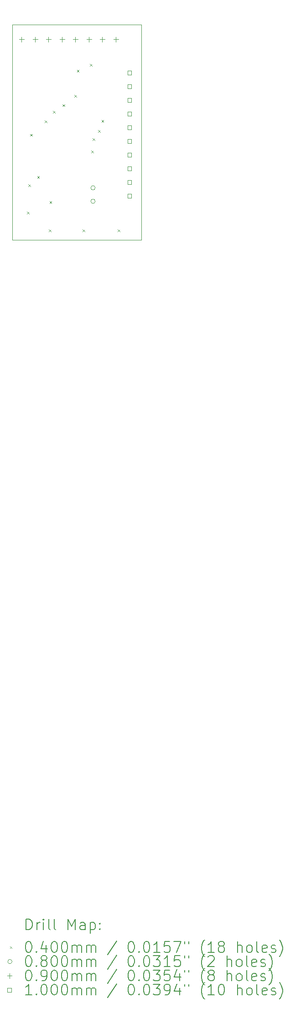
<source format=gbr>
%TF.GenerationSoftware,KiCad,Pcbnew,7.0.10*%
%TF.CreationDate,2024-03-15T22:51:16-04:00*%
%TF.ProjectId,DW1000 BU-01,44573130-3030-4204-9255-2d30312e6b69,rev?*%
%TF.SameCoordinates,Original*%
%TF.FileFunction,Drillmap*%
%TF.FilePolarity,Positive*%
%FSLAX45Y45*%
G04 Gerber Fmt 4.5, Leading zero omitted, Abs format (unit mm)*
G04 Created by KiCad (PCBNEW 7.0.10) date 2024-03-15 22:51:16*
%MOMM*%
%LPD*%
G01*
G04 APERTURE LIST*
%ADD10C,0.100000*%
%ADD11C,0.200000*%
G04 APERTURE END LIST*
D10*
X-25000Y-25000D02*
X2371000Y-25000D01*
X2371000Y-4025000D01*
X-25000Y-4025000D01*
X-25000Y-25000D01*
D11*
D10*
X246700Y-3497900D02*
X286700Y-3537900D01*
X286700Y-3497900D02*
X246700Y-3537900D01*
X272100Y-2989900D02*
X312100Y-3029900D01*
X312100Y-2989900D02*
X272100Y-3029900D01*
X305000Y-2055000D02*
X345000Y-2095000D01*
X345000Y-2055000D02*
X305000Y-2095000D01*
X437200Y-2837500D02*
X477200Y-2877500D01*
X477200Y-2837500D02*
X437200Y-2877500D01*
X580000Y-1805000D02*
X620000Y-1845000D01*
X620000Y-1805000D02*
X580000Y-1845000D01*
X655000Y-3830000D02*
X695000Y-3870000D01*
X695000Y-3830000D02*
X655000Y-3870000D01*
X665800Y-3307400D02*
X705800Y-3347400D01*
X705800Y-3307400D02*
X665800Y-3347400D01*
X730000Y-1630000D02*
X770000Y-1670000D01*
X770000Y-1630000D02*
X730000Y-1670000D01*
X905000Y-1505000D02*
X945000Y-1545000D01*
X945000Y-1505000D02*
X905000Y-1545000D01*
X1130000Y-1330000D02*
X1170000Y-1370000D01*
X1170000Y-1330000D02*
X1130000Y-1370000D01*
X1173800Y-869000D02*
X1213800Y-909000D01*
X1213800Y-869000D02*
X1173800Y-909000D01*
X1280000Y-3830000D02*
X1320000Y-3870000D01*
X1320000Y-3830000D02*
X1280000Y-3870000D01*
X1415100Y-754700D02*
X1455100Y-794700D01*
X1455100Y-754700D02*
X1415100Y-794700D01*
X1440500Y-2367600D02*
X1480500Y-2407600D01*
X1480500Y-2367600D02*
X1440500Y-2407600D01*
X1465900Y-2139000D02*
X1505900Y-2179000D01*
X1505900Y-2139000D02*
X1465900Y-2179000D01*
X1567500Y-1986600D02*
X1607500Y-2026600D01*
X1607500Y-1986600D02*
X1567500Y-2026600D01*
X1631000Y-1796100D02*
X1671000Y-1836100D01*
X1671000Y-1796100D02*
X1631000Y-1836100D01*
X1930000Y-3830000D02*
X1970000Y-3870000D01*
X1970000Y-3830000D02*
X1930000Y-3870000D01*
X1513200Y-3055938D02*
G75*
G03*
X1433200Y-3055938I-40000J0D01*
G01*
X1433200Y-3055938D02*
G75*
G03*
X1513200Y-3055938I40000J0D01*
G01*
X1513200Y-3305938D02*
G75*
G03*
X1433200Y-3305938I-40000J0D01*
G01*
X1433200Y-3305938D02*
G75*
G03*
X1513200Y-3305938I40000J0D01*
G01*
X147500Y-255000D02*
X147500Y-345000D01*
X102500Y-300000D02*
X192500Y-300000D01*
X401500Y-255000D02*
X401500Y-345000D01*
X356500Y-300000D02*
X446500Y-300000D01*
X647500Y-255000D02*
X647500Y-345000D01*
X602500Y-300000D02*
X692500Y-300000D01*
X901500Y-255000D02*
X901500Y-345000D01*
X856500Y-300000D02*
X946500Y-300000D01*
X1147500Y-255000D02*
X1147500Y-345000D01*
X1102500Y-300000D02*
X1192500Y-300000D01*
X1401500Y-255000D02*
X1401500Y-345000D01*
X1356500Y-300000D02*
X1446500Y-300000D01*
X1647500Y-255000D02*
X1647500Y-345000D01*
X1602500Y-300000D02*
X1692500Y-300000D01*
X1901500Y-255000D02*
X1901500Y-345000D01*
X1856500Y-300000D02*
X1946500Y-300000D01*
X2185356Y-956356D02*
X2185356Y-885644D01*
X2114644Y-885644D01*
X2114644Y-956356D01*
X2185356Y-956356D01*
X2185356Y-1210356D02*
X2185356Y-1139644D01*
X2114644Y-1139644D01*
X2114644Y-1210356D01*
X2185356Y-1210356D01*
X2185356Y-1464356D02*
X2185356Y-1393644D01*
X2114644Y-1393644D01*
X2114644Y-1464356D01*
X2185356Y-1464356D01*
X2185356Y-1718356D02*
X2185356Y-1647644D01*
X2114644Y-1647644D01*
X2114644Y-1718356D01*
X2185356Y-1718356D01*
X2185356Y-1972356D02*
X2185356Y-1901644D01*
X2114644Y-1901644D01*
X2114644Y-1972356D01*
X2185356Y-1972356D01*
X2185356Y-2226356D02*
X2185356Y-2155644D01*
X2114644Y-2155644D01*
X2114644Y-2226356D01*
X2185356Y-2226356D01*
X2185356Y-2480356D02*
X2185356Y-2409644D01*
X2114644Y-2409644D01*
X2114644Y-2480356D01*
X2185356Y-2480356D01*
X2185356Y-2734356D02*
X2185356Y-2663644D01*
X2114644Y-2663644D01*
X2114644Y-2734356D01*
X2185356Y-2734356D01*
X2185356Y-2988356D02*
X2185356Y-2917644D01*
X2114644Y-2917644D01*
X2114644Y-2988356D01*
X2185356Y-2988356D01*
X2185356Y-3242356D02*
X2185356Y-3171644D01*
X2114644Y-3171644D01*
X2114644Y-3242356D01*
X2185356Y-3242356D01*
D11*
X230777Y-16826484D02*
X230777Y-16626484D01*
X230777Y-16626484D02*
X278396Y-16626484D01*
X278396Y-16626484D02*
X306967Y-16636008D01*
X306967Y-16636008D02*
X326015Y-16655055D01*
X326015Y-16655055D02*
X335539Y-16674103D01*
X335539Y-16674103D02*
X345063Y-16712198D01*
X345063Y-16712198D02*
X345063Y-16740769D01*
X345063Y-16740769D02*
X335539Y-16778865D01*
X335539Y-16778865D02*
X326015Y-16797912D01*
X326015Y-16797912D02*
X306967Y-16816960D01*
X306967Y-16816960D02*
X278396Y-16826484D01*
X278396Y-16826484D02*
X230777Y-16826484D01*
X430777Y-16826484D02*
X430777Y-16693150D01*
X430777Y-16731246D02*
X440301Y-16712198D01*
X440301Y-16712198D02*
X449824Y-16702674D01*
X449824Y-16702674D02*
X468872Y-16693150D01*
X468872Y-16693150D02*
X487920Y-16693150D01*
X554586Y-16826484D02*
X554586Y-16693150D01*
X554586Y-16626484D02*
X545063Y-16636008D01*
X545063Y-16636008D02*
X554586Y-16645531D01*
X554586Y-16645531D02*
X564110Y-16636008D01*
X564110Y-16636008D02*
X554586Y-16626484D01*
X554586Y-16626484D02*
X554586Y-16645531D01*
X678396Y-16826484D02*
X659348Y-16816960D01*
X659348Y-16816960D02*
X649824Y-16797912D01*
X649824Y-16797912D02*
X649824Y-16626484D01*
X783158Y-16826484D02*
X764110Y-16816960D01*
X764110Y-16816960D02*
X754586Y-16797912D01*
X754586Y-16797912D02*
X754586Y-16626484D01*
X1011729Y-16826484D02*
X1011729Y-16626484D01*
X1011729Y-16626484D02*
X1078396Y-16769341D01*
X1078396Y-16769341D02*
X1145063Y-16626484D01*
X1145063Y-16626484D02*
X1145063Y-16826484D01*
X1326015Y-16826484D02*
X1326015Y-16721722D01*
X1326015Y-16721722D02*
X1316491Y-16702674D01*
X1316491Y-16702674D02*
X1297444Y-16693150D01*
X1297444Y-16693150D02*
X1259348Y-16693150D01*
X1259348Y-16693150D02*
X1240301Y-16702674D01*
X1326015Y-16816960D02*
X1306967Y-16826484D01*
X1306967Y-16826484D02*
X1259348Y-16826484D01*
X1259348Y-16826484D02*
X1240301Y-16816960D01*
X1240301Y-16816960D02*
X1230777Y-16797912D01*
X1230777Y-16797912D02*
X1230777Y-16778865D01*
X1230777Y-16778865D02*
X1240301Y-16759817D01*
X1240301Y-16759817D02*
X1259348Y-16750293D01*
X1259348Y-16750293D02*
X1306967Y-16750293D01*
X1306967Y-16750293D02*
X1326015Y-16740769D01*
X1421253Y-16693150D02*
X1421253Y-16893150D01*
X1421253Y-16702674D02*
X1440301Y-16693150D01*
X1440301Y-16693150D02*
X1478396Y-16693150D01*
X1478396Y-16693150D02*
X1497443Y-16702674D01*
X1497443Y-16702674D02*
X1506967Y-16712198D01*
X1506967Y-16712198D02*
X1516491Y-16731246D01*
X1516491Y-16731246D02*
X1516491Y-16788389D01*
X1516491Y-16788389D02*
X1506967Y-16807436D01*
X1506967Y-16807436D02*
X1497443Y-16816960D01*
X1497443Y-16816960D02*
X1478396Y-16826484D01*
X1478396Y-16826484D02*
X1440301Y-16826484D01*
X1440301Y-16826484D02*
X1421253Y-16816960D01*
X1602205Y-16807436D02*
X1611729Y-16816960D01*
X1611729Y-16816960D02*
X1602205Y-16826484D01*
X1602205Y-16826484D02*
X1592682Y-16816960D01*
X1592682Y-16816960D02*
X1602205Y-16807436D01*
X1602205Y-16807436D02*
X1602205Y-16826484D01*
X1602205Y-16702674D02*
X1611729Y-16712198D01*
X1611729Y-16712198D02*
X1602205Y-16721722D01*
X1602205Y-16721722D02*
X1592682Y-16712198D01*
X1592682Y-16712198D02*
X1602205Y-16702674D01*
X1602205Y-16702674D02*
X1602205Y-16721722D01*
D10*
X-70000Y-17135000D02*
X-30000Y-17175000D01*
X-30000Y-17135000D02*
X-70000Y-17175000D01*
D11*
X268872Y-17046484D02*
X287920Y-17046484D01*
X287920Y-17046484D02*
X306967Y-17056008D01*
X306967Y-17056008D02*
X316491Y-17065531D01*
X316491Y-17065531D02*
X326015Y-17084579D01*
X326015Y-17084579D02*
X335539Y-17122674D01*
X335539Y-17122674D02*
X335539Y-17170293D01*
X335539Y-17170293D02*
X326015Y-17208389D01*
X326015Y-17208389D02*
X316491Y-17227436D01*
X316491Y-17227436D02*
X306967Y-17236960D01*
X306967Y-17236960D02*
X287920Y-17246484D01*
X287920Y-17246484D02*
X268872Y-17246484D01*
X268872Y-17246484D02*
X249824Y-17236960D01*
X249824Y-17236960D02*
X240301Y-17227436D01*
X240301Y-17227436D02*
X230777Y-17208389D01*
X230777Y-17208389D02*
X221253Y-17170293D01*
X221253Y-17170293D02*
X221253Y-17122674D01*
X221253Y-17122674D02*
X230777Y-17084579D01*
X230777Y-17084579D02*
X240301Y-17065531D01*
X240301Y-17065531D02*
X249824Y-17056008D01*
X249824Y-17056008D02*
X268872Y-17046484D01*
X421253Y-17227436D02*
X430777Y-17236960D01*
X430777Y-17236960D02*
X421253Y-17246484D01*
X421253Y-17246484D02*
X411729Y-17236960D01*
X411729Y-17236960D02*
X421253Y-17227436D01*
X421253Y-17227436D02*
X421253Y-17246484D01*
X602205Y-17113150D02*
X602205Y-17246484D01*
X554586Y-17036960D02*
X506967Y-17179817D01*
X506967Y-17179817D02*
X630777Y-17179817D01*
X745062Y-17046484D02*
X764110Y-17046484D01*
X764110Y-17046484D02*
X783158Y-17056008D01*
X783158Y-17056008D02*
X792682Y-17065531D01*
X792682Y-17065531D02*
X802205Y-17084579D01*
X802205Y-17084579D02*
X811729Y-17122674D01*
X811729Y-17122674D02*
X811729Y-17170293D01*
X811729Y-17170293D02*
X802205Y-17208389D01*
X802205Y-17208389D02*
X792682Y-17227436D01*
X792682Y-17227436D02*
X783158Y-17236960D01*
X783158Y-17236960D02*
X764110Y-17246484D01*
X764110Y-17246484D02*
X745062Y-17246484D01*
X745062Y-17246484D02*
X726015Y-17236960D01*
X726015Y-17236960D02*
X716491Y-17227436D01*
X716491Y-17227436D02*
X706967Y-17208389D01*
X706967Y-17208389D02*
X697444Y-17170293D01*
X697444Y-17170293D02*
X697444Y-17122674D01*
X697444Y-17122674D02*
X706967Y-17084579D01*
X706967Y-17084579D02*
X716491Y-17065531D01*
X716491Y-17065531D02*
X726015Y-17056008D01*
X726015Y-17056008D02*
X745062Y-17046484D01*
X935539Y-17046484D02*
X954586Y-17046484D01*
X954586Y-17046484D02*
X973634Y-17056008D01*
X973634Y-17056008D02*
X983158Y-17065531D01*
X983158Y-17065531D02*
X992682Y-17084579D01*
X992682Y-17084579D02*
X1002205Y-17122674D01*
X1002205Y-17122674D02*
X1002205Y-17170293D01*
X1002205Y-17170293D02*
X992682Y-17208389D01*
X992682Y-17208389D02*
X983158Y-17227436D01*
X983158Y-17227436D02*
X973634Y-17236960D01*
X973634Y-17236960D02*
X954586Y-17246484D01*
X954586Y-17246484D02*
X935539Y-17246484D01*
X935539Y-17246484D02*
X916491Y-17236960D01*
X916491Y-17236960D02*
X906967Y-17227436D01*
X906967Y-17227436D02*
X897443Y-17208389D01*
X897443Y-17208389D02*
X887920Y-17170293D01*
X887920Y-17170293D02*
X887920Y-17122674D01*
X887920Y-17122674D02*
X897443Y-17084579D01*
X897443Y-17084579D02*
X906967Y-17065531D01*
X906967Y-17065531D02*
X916491Y-17056008D01*
X916491Y-17056008D02*
X935539Y-17046484D01*
X1087920Y-17246484D02*
X1087920Y-17113150D01*
X1087920Y-17132198D02*
X1097444Y-17122674D01*
X1097444Y-17122674D02*
X1116491Y-17113150D01*
X1116491Y-17113150D02*
X1145063Y-17113150D01*
X1145063Y-17113150D02*
X1164110Y-17122674D01*
X1164110Y-17122674D02*
X1173634Y-17141722D01*
X1173634Y-17141722D02*
X1173634Y-17246484D01*
X1173634Y-17141722D02*
X1183158Y-17122674D01*
X1183158Y-17122674D02*
X1202205Y-17113150D01*
X1202205Y-17113150D02*
X1230777Y-17113150D01*
X1230777Y-17113150D02*
X1249825Y-17122674D01*
X1249825Y-17122674D02*
X1259348Y-17141722D01*
X1259348Y-17141722D02*
X1259348Y-17246484D01*
X1354586Y-17246484D02*
X1354586Y-17113150D01*
X1354586Y-17132198D02*
X1364110Y-17122674D01*
X1364110Y-17122674D02*
X1383158Y-17113150D01*
X1383158Y-17113150D02*
X1411729Y-17113150D01*
X1411729Y-17113150D02*
X1430777Y-17122674D01*
X1430777Y-17122674D02*
X1440301Y-17141722D01*
X1440301Y-17141722D02*
X1440301Y-17246484D01*
X1440301Y-17141722D02*
X1449824Y-17122674D01*
X1449824Y-17122674D02*
X1468872Y-17113150D01*
X1468872Y-17113150D02*
X1497443Y-17113150D01*
X1497443Y-17113150D02*
X1516491Y-17122674D01*
X1516491Y-17122674D02*
X1526015Y-17141722D01*
X1526015Y-17141722D02*
X1526015Y-17246484D01*
X1916491Y-17036960D02*
X1745063Y-17294103D01*
X2173634Y-17046484D02*
X2192682Y-17046484D01*
X2192682Y-17046484D02*
X2211729Y-17056008D01*
X2211729Y-17056008D02*
X2221253Y-17065531D01*
X2221253Y-17065531D02*
X2230777Y-17084579D01*
X2230777Y-17084579D02*
X2240301Y-17122674D01*
X2240301Y-17122674D02*
X2240301Y-17170293D01*
X2240301Y-17170293D02*
X2230777Y-17208389D01*
X2230777Y-17208389D02*
X2221253Y-17227436D01*
X2221253Y-17227436D02*
X2211729Y-17236960D01*
X2211729Y-17236960D02*
X2192682Y-17246484D01*
X2192682Y-17246484D02*
X2173634Y-17246484D01*
X2173634Y-17246484D02*
X2154587Y-17236960D01*
X2154587Y-17236960D02*
X2145063Y-17227436D01*
X2145063Y-17227436D02*
X2135539Y-17208389D01*
X2135539Y-17208389D02*
X2126015Y-17170293D01*
X2126015Y-17170293D02*
X2126015Y-17122674D01*
X2126015Y-17122674D02*
X2135539Y-17084579D01*
X2135539Y-17084579D02*
X2145063Y-17065531D01*
X2145063Y-17065531D02*
X2154587Y-17056008D01*
X2154587Y-17056008D02*
X2173634Y-17046484D01*
X2326015Y-17227436D02*
X2335539Y-17236960D01*
X2335539Y-17236960D02*
X2326015Y-17246484D01*
X2326015Y-17246484D02*
X2316491Y-17236960D01*
X2316491Y-17236960D02*
X2326015Y-17227436D01*
X2326015Y-17227436D02*
X2326015Y-17246484D01*
X2459348Y-17046484D02*
X2478396Y-17046484D01*
X2478396Y-17046484D02*
X2497444Y-17056008D01*
X2497444Y-17056008D02*
X2506968Y-17065531D01*
X2506968Y-17065531D02*
X2516491Y-17084579D01*
X2516491Y-17084579D02*
X2526015Y-17122674D01*
X2526015Y-17122674D02*
X2526015Y-17170293D01*
X2526015Y-17170293D02*
X2516491Y-17208389D01*
X2516491Y-17208389D02*
X2506968Y-17227436D01*
X2506968Y-17227436D02*
X2497444Y-17236960D01*
X2497444Y-17236960D02*
X2478396Y-17246484D01*
X2478396Y-17246484D02*
X2459348Y-17246484D01*
X2459348Y-17246484D02*
X2440301Y-17236960D01*
X2440301Y-17236960D02*
X2430777Y-17227436D01*
X2430777Y-17227436D02*
X2421253Y-17208389D01*
X2421253Y-17208389D02*
X2411729Y-17170293D01*
X2411729Y-17170293D02*
X2411729Y-17122674D01*
X2411729Y-17122674D02*
X2421253Y-17084579D01*
X2421253Y-17084579D02*
X2430777Y-17065531D01*
X2430777Y-17065531D02*
X2440301Y-17056008D01*
X2440301Y-17056008D02*
X2459348Y-17046484D01*
X2716491Y-17246484D02*
X2602206Y-17246484D01*
X2659348Y-17246484D02*
X2659348Y-17046484D01*
X2659348Y-17046484D02*
X2640301Y-17075055D01*
X2640301Y-17075055D02*
X2621253Y-17094103D01*
X2621253Y-17094103D02*
X2602206Y-17103627D01*
X2897444Y-17046484D02*
X2802206Y-17046484D01*
X2802206Y-17046484D02*
X2792682Y-17141722D01*
X2792682Y-17141722D02*
X2802206Y-17132198D01*
X2802206Y-17132198D02*
X2821253Y-17122674D01*
X2821253Y-17122674D02*
X2868872Y-17122674D01*
X2868872Y-17122674D02*
X2887920Y-17132198D01*
X2887920Y-17132198D02*
X2897444Y-17141722D01*
X2897444Y-17141722D02*
X2906967Y-17160770D01*
X2906967Y-17160770D02*
X2906967Y-17208389D01*
X2906967Y-17208389D02*
X2897444Y-17227436D01*
X2897444Y-17227436D02*
X2887920Y-17236960D01*
X2887920Y-17236960D02*
X2868872Y-17246484D01*
X2868872Y-17246484D02*
X2821253Y-17246484D01*
X2821253Y-17246484D02*
X2802206Y-17236960D01*
X2802206Y-17236960D02*
X2792682Y-17227436D01*
X2973634Y-17046484D02*
X3106967Y-17046484D01*
X3106967Y-17046484D02*
X3021253Y-17246484D01*
X3173634Y-17046484D02*
X3173634Y-17084579D01*
X3249825Y-17046484D02*
X3249825Y-17084579D01*
X3545063Y-17322674D02*
X3535539Y-17313150D01*
X3535539Y-17313150D02*
X3516491Y-17284579D01*
X3516491Y-17284579D02*
X3506968Y-17265531D01*
X3506968Y-17265531D02*
X3497444Y-17236960D01*
X3497444Y-17236960D02*
X3487920Y-17189341D01*
X3487920Y-17189341D02*
X3487920Y-17151246D01*
X3487920Y-17151246D02*
X3497444Y-17103627D01*
X3497444Y-17103627D02*
X3506968Y-17075055D01*
X3506968Y-17075055D02*
X3516491Y-17056008D01*
X3516491Y-17056008D02*
X3535539Y-17027436D01*
X3535539Y-17027436D02*
X3545063Y-17017912D01*
X3726015Y-17246484D02*
X3611729Y-17246484D01*
X3668872Y-17246484D02*
X3668872Y-17046484D01*
X3668872Y-17046484D02*
X3649825Y-17075055D01*
X3649825Y-17075055D02*
X3630777Y-17094103D01*
X3630777Y-17094103D02*
X3611729Y-17103627D01*
X3840301Y-17132198D02*
X3821253Y-17122674D01*
X3821253Y-17122674D02*
X3811729Y-17113150D01*
X3811729Y-17113150D02*
X3802206Y-17094103D01*
X3802206Y-17094103D02*
X3802206Y-17084579D01*
X3802206Y-17084579D02*
X3811729Y-17065531D01*
X3811729Y-17065531D02*
X3821253Y-17056008D01*
X3821253Y-17056008D02*
X3840301Y-17046484D01*
X3840301Y-17046484D02*
X3878396Y-17046484D01*
X3878396Y-17046484D02*
X3897444Y-17056008D01*
X3897444Y-17056008D02*
X3906968Y-17065531D01*
X3906968Y-17065531D02*
X3916491Y-17084579D01*
X3916491Y-17084579D02*
X3916491Y-17094103D01*
X3916491Y-17094103D02*
X3906968Y-17113150D01*
X3906968Y-17113150D02*
X3897444Y-17122674D01*
X3897444Y-17122674D02*
X3878396Y-17132198D01*
X3878396Y-17132198D02*
X3840301Y-17132198D01*
X3840301Y-17132198D02*
X3821253Y-17141722D01*
X3821253Y-17141722D02*
X3811729Y-17151246D01*
X3811729Y-17151246D02*
X3802206Y-17170293D01*
X3802206Y-17170293D02*
X3802206Y-17208389D01*
X3802206Y-17208389D02*
X3811729Y-17227436D01*
X3811729Y-17227436D02*
X3821253Y-17236960D01*
X3821253Y-17236960D02*
X3840301Y-17246484D01*
X3840301Y-17246484D02*
X3878396Y-17246484D01*
X3878396Y-17246484D02*
X3897444Y-17236960D01*
X3897444Y-17236960D02*
X3906968Y-17227436D01*
X3906968Y-17227436D02*
X3916491Y-17208389D01*
X3916491Y-17208389D02*
X3916491Y-17170293D01*
X3916491Y-17170293D02*
X3906968Y-17151246D01*
X3906968Y-17151246D02*
X3897444Y-17141722D01*
X3897444Y-17141722D02*
X3878396Y-17132198D01*
X4154587Y-17246484D02*
X4154587Y-17046484D01*
X4240301Y-17246484D02*
X4240301Y-17141722D01*
X4240301Y-17141722D02*
X4230777Y-17122674D01*
X4230777Y-17122674D02*
X4211730Y-17113150D01*
X4211730Y-17113150D02*
X4183158Y-17113150D01*
X4183158Y-17113150D02*
X4164110Y-17122674D01*
X4164110Y-17122674D02*
X4154587Y-17132198D01*
X4364111Y-17246484D02*
X4345063Y-17236960D01*
X4345063Y-17236960D02*
X4335539Y-17227436D01*
X4335539Y-17227436D02*
X4326015Y-17208389D01*
X4326015Y-17208389D02*
X4326015Y-17151246D01*
X4326015Y-17151246D02*
X4335539Y-17132198D01*
X4335539Y-17132198D02*
X4345063Y-17122674D01*
X4345063Y-17122674D02*
X4364111Y-17113150D01*
X4364111Y-17113150D02*
X4392682Y-17113150D01*
X4392682Y-17113150D02*
X4411730Y-17122674D01*
X4411730Y-17122674D02*
X4421253Y-17132198D01*
X4421253Y-17132198D02*
X4430777Y-17151246D01*
X4430777Y-17151246D02*
X4430777Y-17208389D01*
X4430777Y-17208389D02*
X4421253Y-17227436D01*
X4421253Y-17227436D02*
X4411730Y-17236960D01*
X4411730Y-17236960D02*
X4392682Y-17246484D01*
X4392682Y-17246484D02*
X4364111Y-17246484D01*
X4545063Y-17246484D02*
X4526015Y-17236960D01*
X4526015Y-17236960D02*
X4516492Y-17217912D01*
X4516492Y-17217912D02*
X4516492Y-17046484D01*
X4697444Y-17236960D02*
X4678396Y-17246484D01*
X4678396Y-17246484D02*
X4640301Y-17246484D01*
X4640301Y-17246484D02*
X4621253Y-17236960D01*
X4621253Y-17236960D02*
X4611730Y-17217912D01*
X4611730Y-17217912D02*
X4611730Y-17141722D01*
X4611730Y-17141722D02*
X4621253Y-17122674D01*
X4621253Y-17122674D02*
X4640301Y-17113150D01*
X4640301Y-17113150D02*
X4678396Y-17113150D01*
X4678396Y-17113150D02*
X4697444Y-17122674D01*
X4697444Y-17122674D02*
X4706968Y-17141722D01*
X4706968Y-17141722D02*
X4706968Y-17160770D01*
X4706968Y-17160770D02*
X4611730Y-17179817D01*
X4783158Y-17236960D02*
X4802206Y-17246484D01*
X4802206Y-17246484D02*
X4840301Y-17246484D01*
X4840301Y-17246484D02*
X4859349Y-17236960D01*
X4859349Y-17236960D02*
X4868873Y-17217912D01*
X4868873Y-17217912D02*
X4868873Y-17208389D01*
X4868873Y-17208389D02*
X4859349Y-17189341D01*
X4859349Y-17189341D02*
X4840301Y-17179817D01*
X4840301Y-17179817D02*
X4811730Y-17179817D01*
X4811730Y-17179817D02*
X4792682Y-17170293D01*
X4792682Y-17170293D02*
X4783158Y-17151246D01*
X4783158Y-17151246D02*
X4783158Y-17141722D01*
X4783158Y-17141722D02*
X4792682Y-17122674D01*
X4792682Y-17122674D02*
X4811730Y-17113150D01*
X4811730Y-17113150D02*
X4840301Y-17113150D01*
X4840301Y-17113150D02*
X4859349Y-17122674D01*
X4935539Y-17322674D02*
X4945063Y-17313150D01*
X4945063Y-17313150D02*
X4964111Y-17284579D01*
X4964111Y-17284579D02*
X4973634Y-17265531D01*
X4973634Y-17265531D02*
X4983158Y-17236960D01*
X4983158Y-17236960D02*
X4992682Y-17189341D01*
X4992682Y-17189341D02*
X4992682Y-17151246D01*
X4992682Y-17151246D02*
X4983158Y-17103627D01*
X4983158Y-17103627D02*
X4973634Y-17075055D01*
X4973634Y-17075055D02*
X4964111Y-17056008D01*
X4964111Y-17056008D02*
X4945063Y-17027436D01*
X4945063Y-17027436D02*
X4935539Y-17017912D01*
D10*
X-30000Y-17419000D02*
G75*
G03*
X-110000Y-17419000I-40000J0D01*
G01*
X-110000Y-17419000D02*
G75*
G03*
X-30000Y-17419000I40000J0D01*
G01*
D11*
X268872Y-17310484D02*
X287920Y-17310484D01*
X287920Y-17310484D02*
X306967Y-17320008D01*
X306967Y-17320008D02*
X316491Y-17329531D01*
X316491Y-17329531D02*
X326015Y-17348579D01*
X326015Y-17348579D02*
X335539Y-17386674D01*
X335539Y-17386674D02*
X335539Y-17434293D01*
X335539Y-17434293D02*
X326015Y-17472389D01*
X326015Y-17472389D02*
X316491Y-17491436D01*
X316491Y-17491436D02*
X306967Y-17500960D01*
X306967Y-17500960D02*
X287920Y-17510484D01*
X287920Y-17510484D02*
X268872Y-17510484D01*
X268872Y-17510484D02*
X249824Y-17500960D01*
X249824Y-17500960D02*
X240301Y-17491436D01*
X240301Y-17491436D02*
X230777Y-17472389D01*
X230777Y-17472389D02*
X221253Y-17434293D01*
X221253Y-17434293D02*
X221253Y-17386674D01*
X221253Y-17386674D02*
X230777Y-17348579D01*
X230777Y-17348579D02*
X240301Y-17329531D01*
X240301Y-17329531D02*
X249824Y-17320008D01*
X249824Y-17320008D02*
X268872Y-17310484D01*
X421253Y-17491436D02*
X430777Y-17500960D01*
X430777Y-17500960D02*
X421253Y-17510484D01*
X421253Y-17510484D02*
X411729Y-17500960D01*
X411729Y-17500960D02*
X421253Y-17491436D01*
X421253Y-17491436D02*
X421253Y-17510484D01*
X545063Y-17396198D02*
X526015Y-17386674D01*
X526015Y-17386674D02*
X516491Y-17377150D01*
X516491Y-17377150D02*
X506967Y-17358103D01*
X506967Y-17358103D02*
X506967Y-17348579D01*
X506967Y-17348579D02*
X516491Y-17329531D01*
X516491Y-17329531D02*
X526015Y-17320008D01*
X526015Y-17320008D02*
X545063Y-17310484D01*
X545063Y-17310484D02*
X583158Y-17310484D01*
X583158Y-17310484D02*
X602205Y-17320008D01*
X602205Y-17320008D02*
X611729Y-17329531D01*
X611729Y-17329531D02*
X621253Y-17348579D01*
X621253Y-17348579D02*
X621253Y-17358103D01*
X621253Y-17358103D02*
X611729Y-17377150D01*
X611729Y-17377150D02*
X602205Y-17386674D01*
X602205Y-17386674D02*
X583158Y-17396198D01*
X583158Y-17396198D02*
X545063Y-17396198D01*
X545063Y-17396198D02*
X526015Y-17405722D01*
X526015Y-17405722D02*
X516491Y-17415246D01*
X516491Y-17415246D02*
X506967Y-17434293D01*
X506967Y-17434293D02*
X506967Y-17472389D01*
X506967Y-17472389D02*
X516491Y-17491436D01*
X516491Y-17491436D02*
X526015Y-17500960D01*
X526015Y-17500960D02*
X545063Y-17510484D01*
X545063Y-17510484D02*
X583158Y-17510484D01*
X583158Y-17510484D02*
X602205Y-17500960D01*
X602205Y-17500960D02*
X611729Y-17491436D01*
X611729Y-17491436D02*
X621253Y-17472389D01*
X621253Y-17472389D02*
X621253Y-17434293D01*
X621253Y-17434293D02*
X611729Y-17415246D01*
X611729Y-17415246D02*
X602205Y-17405722D01*
X602205Y-17405722D02*
X583158Y-17396198D01*
X745062Y-17310484D02*
X764110Y-17310484D01*
X764110Y-17310484D02*
X783158Y-17320008D01*
X783158Y-17320008D02*
X792682Y-17329531D01*
X792682Y-17329531D02*
X802205Y-17348579D01*
X802205Y-17348579D02*
X811729Y-17386674D01*
X811729Y-17386674D02*
X811729Y-17434293D01*
X811729Y-17434293D02*
X802205Y-17472389D01*
X802205Y-17472389D02*
X792682Y-17491436D01*
X792682Y-17491436D02*
X783158Y-17500960D01*
X783158Y-17500960D02*
X764110Y-17510484D01*
X764110Y-17510484D02*
X745062Y-17510484D01*
X745062Y-17510484D02*
X726015Y-17500960D01*
X726015Y-17500960D02*
X716491Y-17491436D01*
X716491Y-17491436D02*
X706967Y-17472389D01*
X706967Y-17472389D02*
X697444Y-17434293D01*
X697444Y-17434293D02*
X697444Y-17386674D01*
X697444Y-17386674D02*
X706967Y-17348579D01*
X706967Y-17348579D02*
X716491Y-17329531D01*
X716491Y-17329531D02*
X726015Y-17320008D01*
X726015Y-17320008D02*
X745062Y-17310484D01*
X935539Y-17310484D02*
X954586Y-17310484D01*
X954586Y-17310484D02*
X973634Y-17320008D01*
X973634Y-17320008D02*
X983158Y-17329531D01*
X983158Y-17329531D02*
X992682Y-17348579D01*
X992682Y-17348579D02*
X1002205Y-17386674D01*
X1002205Y-17386674D02*
X1002205Y-17434293D01*
X1002205Y-17434293D02*
X992682Y-17472389D01*
X992682Y-17472389D02*
X983158Y-17491436D01*
X983158Y-17491436D02*
X973634Y-17500960D01*
X973634Y-17500960D02*
X954586Y-17510484D01*
X954586Y-17510484D02*
X935539Y-17510484D01*
X935539Y-17510484D02*
X916491Y-17500960D01*
X916491Y-17500960D02*
X906967Y-17491436D01*
X906967Y-17491436D02*
X897443Y-17472389D01*
X897443Y-17472389D02*
X887920Y-17434293D01*
X887920Y-17434293D02*
X887920Y-17386674D01*
X887920Y-17386674D02*
X897443Y-17348579D01*
X897443Y-17348579D02*
X906967Y-17329531D01*
X906967Y-17329531D02*
X916491Y-17320008D01*
X916491Y-17320008D02*
X935539Y-17310484D01*
X1087920Y-17510484D02*
X1087920Y-17377150D01*
X1087920Y-17396198D02*
X1097444Y-17386674D01*
X1097444Y-17386674D02*
X1116491Y-17377150D01*
X1116491Y-17377150D02*
X1145063Y-17377150D01*
X1145063Y-17377150D02*
X1164110Y-17386674D01*
X1164110Y-17386674D02*
X1173634Y-17405722D01*
X1173634Y-17405722D02*
X1173634Y-17510484D01*
X1173634Y-17405722D02*
X1183158Y-17386674D01*
X1183158Y-17386674D02*
X1202205Y-17377150D01*
X1202205Y-17377150D02*
X1230777Y-17377150D01*
X1230777Y-17377150D02*
X1249825Y-17386674D01*
X1249825Y-17386674D02*
X1259348Y-17405722D01*
X1259348Y-17405722D02*
X1259348Y-17510484D01*
X1354586Y-17510484D02*
X1354586Y-17377150D01*
X1354586Y-17396198D02*
X1364110Y-17386674D01*
X1364110Y-17386674D02*
X1383158Y-17377150D01*
X1383158Y-17377150D02*
X1411729Y-17377150D01*
X1411729Y-17377150D02*
X1430777Y-17386674D01*
X1430777Y-17386674D02*
X1440301Y-17405722D01*
X1440301Y-17405722D02*
X1440301Y-17510484D01*
X1440301Y-17405722D02*
X1449824Y-17386674D01*
X1449824Y-17386674D02*
X1468872Y-17377150D01*
X1468872Y-17377150D02*
X1497443Y-17377150D01*
X1497443Y-17377150D02*
X1516491Y-17386674D01*
X1516491Y-17386674D02*
X1526015Y-17405722D01*
X1526015Y-17405722D02*
X1526015Y-17510484D01*
X1916491Y-17300960D02*
X1745063Y-17558103D01*
X2173634Y-17310484D02*
X2192682Y-17310484D01*
X2192682Y-17310484D02*
X2211729Y-17320008D01*
X2211729Y-17320008D02*
X2221253Y-17329531D01*
X2221253Y-17329531D02*
X2230777Y-17348579D01*
X2230777Y-17348579D02*
X2240301Y-17386674D01*
X2240301Y-17386674D02*
X2240301Y-17434293D01*
X2240301Y-17434293D02*
X2230777Y-17472389D01*
X2230777Y-17472389D02*
X2221253Y-17491436D01*
X2221253Y-17491436D02*
X2211729Y-17500960D01*
X2211729Y-17500960D02*
X2192682Y-17510484D01*
X2192682Y-17510484D02*
X2173634Y-17510484D01*
X2173634Y-17510484D02*
X2154587Y-17500960D01*
X2154587Y-17500960D02*
X2145063Y-17491436D01*
X2145063Y-17491436D02*
X2135539Y-17472389D01*
X2135539Y-17472389D02*
X2126015Y-17434293D01*
X2126015Y-17434293D02*
X2126015Y-17386674D01*
X2126015Y-17386674D02*
X2135539Y-17348579D01*
X2135539Y-17348579D02*
X2145063Y-17329531D01*
X2145063Y-17329531D02*
X2154587Y-17320008D01*
X2154587Y-17320008D02*
X2173634Y-17310484D01*
X2326015Y-17491436D02*
X2335539Y-17500960D01*
X2335539Y-17500960D02*
X2326015Y-17510484D01*
X2326015Y-17510484D02*
X2316491Y-17500960D01*
X2316491Y-17500960D02*
X2326015Y-17491436D01*
X2326015Y-17491436D02*
X2326015Y-17510484D01*
X2459348Y-17310484D02*
X2478396Y-17310484D01*
X2478396Y-17310484D02*
X2497444Y-17320008D01*
X2497444Y-17320008D02*
X2506968Y-17329531D01*
X2506968Y-17329531D02*
X2516491Y-17348579D01*
X2516491Y-17348579D02*
X2526015Y-17386674D01*
X2526015Y-17386674D02*
X2526015Y-17434293D01*
X2526015Y-17434293D02*
X2516491Y-17472389D01*
X2516491Y-17472389D02*
X2506968Y-17491436D01*
X2506968Y-17491436D02*
X2497444Y-17500960D01*
X2497444Y-17500960D02*
X2478396Y-17510484D01*
X2478396Y-17510484D02*
X2459348Y-17510484D01*
X2459348Y-17510484D02*
X2440301Y-17500960D01*
X2440301Y-17500960D02*
X2430777Y-17491436D01*
X2430777Y-17491436D02*
X2421253Y-17472389D01*
X2421253Y-17472389D02*
X2411729Y-17434293D01*
X2411729Y-17434293D02*
X2411729Y-17386674D01*
X2411729Y-17386674D02*
X2421253Y-17348579D01*
X2421253Y-17348579D02*
X2430777Y-17329531D01*
X2430777Y-17329531D02*
X2440301Y-17320008D01*
X2440301Y-17320008D02*
X2459348Y-17310484D01*
X2592682Y-17310484D02*
X2716491Y-17310484D01*
X2716491Y-17310484D02*
X2649825Y-17386674D01*
X2649825Y-17386674D02*
X2678396Y-17386674D01*
X2678396Y-17386674D02*
X2697444Y-17396198D01*
X2697444Y-17396198D02*
X2706968Y-17405722D01*
X2706968Y-17405722D02*
X2716491Y-17424770D01*
X2716491Y-17424770D02*
X2716491Y-17472389D01*
X2716491Y-17472389D02*
X2706968Y-17491436D01*
X2706968Y-17491436D02*
X2697444Y-17500960D01*
X2697444Y-17500960D02*
X2678396Y-17510484D01*
X2678396Y-17510484D02*
X2621253Y-17510484D01*
X2621253Y-17510484D02*
X2602206Y-17500960D01*
X2602206Y-17500960D02*
X2592682Y-17491436D01*
X2906967Y-17510484D02*
X2792682Y-17510484D01*
X2849825Y-17510484D02*
X2849825Y-17310484D01*
X2849825Y-17310484D02*
X2830777Y-17339055D01*
X2830777Y-17339055D02*
X2811729Y-17358103D01*
X2811729Y-17358103D02*
X2792682Y-17367627D01*
X3087920Y-17310484D02*
X2992682Y-17310484D01*
X2992682Y-17310484D02*
X2983158Y-17405722D01*
X2983158Y-17405722D02*
X2992682Y-17396198D01*
X2992682Y-17396198D02*
X3011729Y-17386674D01*
X3011729Y-17386674D02*
X3059348Y-17386674D01*
X3059348Y-17386674D02*
X3078396Y-17396198D01*
X3078396Y-17396198D02*
X3087920Y-17405722D01*
X3087920Y-17405722D02*
X3097444Y-17424770D01*
X3097444Y-17424770D02*
X3097444Y-17472389D01*
X3097444Y-17472389D02*
X3087920Y-17491436D01*
X3087920Y-17491436D02*
X3078396Y-17500960D01*
X3078396Y-17500960D02*
X3059348Y-17510484D01*
X3059348Y-17510484D02*
X3011729Y-17510484D01*
X3011729Y-17510484D02*
X2992682Y-17500960D01*
X2992682Y-17500960D02*
X2983158Y-17491436D01*
X3173634Y-17310484D02*
X3173634Y-17348579D01*
X3249825Y-17310484D02*
X3249825Y-17348579D01*
X3545063Y-17586674D02*
X3535539Y-17577150D01*
X3535539Y-17577150D02*
X3516491Y-17548579D01*
X3516491Y-17548579D02*
X3506968Y-17529531D01*
X3506968Y-17529531D02*
X3497444Y-17500960D01*
X3497444Y-17500960D02*
X3487920Y-17453341D01*
X3487920Y-17453341D02*
X3487920Y-17415246D01*
X3487920Y-17415246D02*
X3497444Y-17367627D01*
X3497444Y-17367627D02*
X3506968Y-17339055D01*
X3506968Y-17339055D02*
X3516491Y-17320008D01*
X3516491Y-17320008D02*
X3535539Y-17291436D01*
X3535539Y-17291436D02*
X3545063Y-17281912D01*
X3611729Y-17329531D02*
X3621253Y-17320008D01*
X3621253Y-17320008D02*
X3640301Y-17310484D01*
X3640301Y-17310484D02*
X3687920Y-17310484D01*
X3687920Y-17310484D02*
X3706968Y-17320008D01*
X3706968Y-17320008D02*
X3716491Y-17329531D01*
X3716491Y-17329531D02*
X3726015Y-17348579D01*
X3726015Y-17348579D02*
X3726015Y-17367627D01*
X3726015Y-17367627D02*
X3716491Y-17396198D01*
X3716491Y-17396198D02*
X3602206Y-17510484D01*
X3602206Y-17510484D02*
X3726015Y-17510484D01*
X3964110Y-17510484D02*
X3964110Y-17310484D01*
X4049825Y-17510484D02*
X4049825Y-17405722D01*
X4049825Y-17405722D02*
X4040301Y-17386674D01*
X4040301Y-17386674D02*
X4021253Y-17377150D01*
X4021253Y-17377150D02*
X3992682Y-17377150D01*
X3992682Y-17377150D02*
X3973634Y-17386674D01*
X3973634Y-17386674D02*
X3964110Y-17396198D01*
X4173634Y-17510484D02*
X4154587Y-17500960D01*
X4154587Y-17500960D02*
X4145063Y-17491436D01*
X4145063Y-17491436D02*
X4135539Y-17472389D01*
X4135539Y-17472389D02*
X4135539Y-17415246D01*
X4135539Y-17415246D02*
X4145063Y-17396198D01*
X4145063Y-17396198D02*
X4154587Y-17386674D01*
X4154587Y-17386674D02*
X4173634Y-17377150D01*
X4173634Y-17377150D02*
X4202206Y-17377150D01*
X4202206Y-17377150D02*
X4221253Y-17386674D01*
X4221253Y-17386674D02*
X4230777Y-17396198D01*
X4230777Y-17396198D02*
X4240301Y-17415246D01*
X4240301Y-17415246D02*
X4240301Y-17472389D01*
X4240301Y-17472389D02*
X4230777Y-17491436D01*
X4230777Y-17491436D02*
X4221253Y-17500960D01*
X4221253Y-17500960D02*
X4202206Y-17510484D01*
X4202206Y-17510484D02*
X4173634Y-17510484D01*
X4354587Y-17510484D02*
X4335539Y-17500960D01*
X4335539Y-17500960D02*
X4326015Y-17481912D01*
X4326015Y-17481912D02*
X4326015Y-17310484D01*
X4506968Y-17500960D02*
X4487920Y-17510484D01*
X4487920Y-17510484D02*
X4449825Y-17510484D01*
X4449825Y-17510484D02*
X4430777Y-17500960D01*
X4430777Y-17500960D02*
X4421253Y-17481912D01*
X4421253Y-17481912D02*
X4421253Y-17405722D01*
X4421253Y-17405722D02*
X4430777Y-17386674D01*
X4430777Y-17386674D02*
X4449825Y-17377150D01*
X4449825Y-17377150D02*
X4487920Y-17377150D01*
X4487920Y-17377150D02*
X4506968Y-17386674D01*
X4506968Y-17386674D02*
X4516492Y-17405722D01*
X4516492Y-17405722D02*
X4516492Y-17424770D01*
X4516492Y-17424770D02*
X4421253Y-17443817D01*
X4592682Y-17500960D02*
X4611730Y-17510484D01*
X4611730Y-17510484D02*
X4649825Y-17510484D01*
X4649825Y-17510484D02*
X4668873Y-17500960D01*
X4668873Y-17500960D02*
X4678396Y-17481912D01*
X4678396Y-17481912D02*
X4678396Y-17472389D01*
X4678396Y-17472389D02*
X4668873Y-17453341D01*
X4668873Y-17453341D02*
X4649825Y-17443817D01*
X4649825Y-17443817D02*
X4621253Y-17443817D01*
X4621253Y-17443817D02*
X4602206Y-17434293D01*
X4602206Y-17434293D02*
X4592682Y-17415246D01*
X4592682Y-17415246D02*
X4592682Y-17405722D01*
X4592682Y-17405722D02*
X4602206Y-17386674D01*
X4602206Y-17386674D02*
X4621253Y-17377150D01*
X4621253Y-17377150D02*
X4649825Y-17377150D01*
X4649825Y-17377150D02*
X4668873Y-17386674D01*
X4745063Y-17586674D02*
X4754587Y-17577150D01*
X4754587Y-17577150D02*
X4773634Y-17548579D01*
X4773634Y-17548579D02*
X4783158Y-17529531D01*
X4783158Y-17529531D02*
X4792682Y-17500960D01*
X4792682Y-17500960D02*
X4802206Y-17453341D01*
X4802206Y-17453341D02*
X4802206Y-17415246D01*
X4802206Y-17415246D02*
X4792682Y-17367627D01*
X4792682Y-17367627D02*
X4783158Y-17339055D01*
X4783158Y-17339055D02*
X4773634Y-17320008D01*
X4773634Y-17320008D02*
X4754587Y-17291436D01*
X4754587Y-17291436D02*
X4745063Y-17281912D01*
D10*
X-75000Y-17638000D02*
X-75000Y-17728000D01*
X-120000Y-17683000D02*
X-30000Y-17683000D01*
D11*
X268872Y-17574484D02*
X287920Y-17574484D01*
X287920Y-17574484D02*
X306967Y-17584008D01*
X306967Y-17584008D02*
X316491Y-17593531D01*
X316491Y-17593531D02*
X326015Y-17612579D01*
X326015Y-17612579D02*
X335539Y-17650674D01*
X335539Y-17650674D02*
X335539Y-17698293D01*
X335539Y-17698293D02*
X326015Y-17736389D01*
X326015Y-17736389D02*
X316491Y-17755436D01*
X316491Y-17755436D02*
X306967Y-17764960D01*
X306967Y-17764960D02*
X287920Y-17774484D01*
X287920Y-17774484D02*
X268872Y-17774484D01*
X268872Y-17774484D02*
X249824Y-17764960D01*
X249824Y-17764960D02*
X240301Y-17755436D01*
X240301Y-17755436D02*
X230777Y-17736389D01*
X230777Y-17736389D02*
X221253Y-17698293D01*
X221253Y-17698293D02*
X221253Y-17650674D01*
X221253Y-17650674D02*
X230777Y-17612579D01*
X230777Y-17612579D02*
X240301Y-17593531D01*
X240301Y-17593531D02*
X249824Y-17584008D01*
X249824Y-17584008D02*
X268872Y-17574484D01*
X421253Y-17755436D02*
X430777Y-17764960D01*
X430777Y-17764960D02*
X421253Y-17774484D01*
X421253Y-17774484D02*
X411729Y-17764960D01*
X411729Y-17764960D02*
X421253Y-17755436D01*
X421253Y-17755436D02*
X421253Y-17774484D01*
X526015Y-17774484D02*
X564110Y-17774484D01*
X564110Y-17774484D02*
X583158Y-17764960D01*
X583158Y-17764960D02*
X592682Y-17755436D01*
X592682Y-17755436D02*
X611729Y-17726865D01*
X611729Y-17726865D02*
X621253Y-17688770D01*
X621253Y-17688770D02*
X621253Y-17612579D01*
X621253Y-17612579D02*
X611729Y-17593531D01*
X611729Y-17593531D02*
X602205Y-17584008D01*
X602205Y-17584008D02*
X583158Y-17574484D01*
X583158Y-17574484D02*
X545063Y-17574484D01*
X545063Y-17574484D02*
X526015Y-17584008D01*
X526015Y-17584008D02*
X516491Y-17593531D01*
X516491Y-17593531D02*
X506967Y-17612579D01*
X506967Y-17612579D02*
X506967Y-17660198D01*
X506967Y-17660198D02*
X516491Y-17679246D01*
X516491Y-17679246D02*
X526015Y-17688770D01*
X526015Y-17688770D02*
X545063Y-17698293D01*
X545063Y-17698293D02*
X583158Y-17698293D01*
X583158Y-17698293D02*
X602205Y-17688770D01*
X602205Y-17688770D02*
X611729Y-17679246D01*
X611729Y-17679246D02*
X621253Y-17660198D01*
X745062Y-17574484D02*
X764110Y-17574484D01*
X764110Y-17574484D02*
X783158Y-17584008D01*
X783158Y-17584008D02*
X792682Y-17593531D01*
X792682Y-17593531D02*
X802205Y-17612579D01*
X802205Y-17612579D02*
X811729Y-17650674D01*
X811729Y-17650674D02*
X811729Y-17698293D01*
X811729Y-17698293D02*
X802205Y-17736389D01*
X802205Y-17736389D02*
X792682Y-17755436D01*
X792682Y-17755436D02*
X783158Y-17764960D01*
X783158Y-17764960D02*
X764110Y-17774484D01*
X764110Y-17774484D02*
X745062Y-17774484D01*
X745062Y-17774484D02*
X726015Y-17764960D01*
X726015Y-17764960D02*
X716491Y-17755436D01*
X716491Y-17755436D02*
X706967Y-17736389D01*
X706967Y-17736389D02*
X697444Y-17698293D01*
X697444Y-17698293D02*
X697444Y-17650674D01*
X697444Y-17650674D02*
X706967Y-17612579D01*
X706967Y-17612579D02*
X716491Y-17593531D01*
X716491Y-17593531D02*
X726015Y-17584008D01*
X726015Y-17584008D02*
X745062Y-17574484D01*
X935539Y-17574484D02*
X954586Y-17574484D01*
X954586Y-17574484D02*
X973634Y-17584008D01*
X973634Y-17584008D02*
X983158Y-17593531D01*
X983158Y-17593531D02*
X992682Y-17612579D01*
X992682Y-17612579D02*
X1002205Y-17650674D01*
X1002205Y-17650674D02*
X1002205Y-17698293D01*
X1002205Y-17698293D02*
X992682Y-17736389D01*
X992682Y-17736389D02*
X983158Y-17755436D01*
X983158Y-17755436D02*
X973634Y-17764960D01*
X973634Y-17764960D02*
X954586Y-17774484D01*
X954586Y-17774484D02*
X935539Y-17774484D01*
X935539Y-17774484D02*
X916491Y-17764960D01*
X916491Y-17764960D02*
X906967Y-17755436D01*
X906967Y-17755436D02*
X897443Y-17736389D01*
X897443Y-17736389D02*
X887920Y-17698293D01*
X887920Y-17698293D02*
X887920Y-17650674D01*
X887920Y-17650674D02*
X897443Y-17612579D01*
X897443Y-17612579D02*
X906967Y-17593531D01*
X906967Y-17593531D02*
X916491Y-17584008D01*
X916491Y-17584008D02*
X935539Y-17574484D01*
X1087920Y-17774484D02*
X1087920Y-17641150D01*
X1087920Y-17660198D02*
X1097444Y-17650674D01*
X1097444Y-17650674D02*
X1116491Y-17641150D01*
X1116491Y-17641150D02*
X1145063Y-17641150D01*
X1145063Y-17641150D02*
X1164110Y-17650674D01*
X1164110Y-17650674D02*
X1173634Y-17669722D01*
X1173634Y-17669722D02*
X1173634Y-17774484D01*
X1173634Y-17669722D02*
X1183158Y-17650674D01*
X1183158Y-17650674D02*
X1202205Y-17641150D01*
X1202205Y-17641150D02*
X1230777Y-17641150D01*
X1230777Y-17641150D02*
X1249825Y-17650674D01*
X1249825Y-17650674D02*
X1259348Y-17669722D01*
X1259348Y-17669722D02*
X1259348Y-17774484D01*
X1354586Y-17774484D02*
X1354586Y-17641150D01*
X1354586Y-17660198D02*
X1364110Y-17650674D01*
X1364110Y-17650674D02*
X1383158Y-17641150D01*
X1383158Y-17641150D02*
X1411729Y-17641150D01*
X1411729Y-17641150D02*
X1430777Y-17650674D01*
X1430777Y-17650674D02*
X1440301Y-17669722D01*
X1440301Y-17669722D02*
X1440301Y-17774484D01*
X1440301Y-17669722D02*
X1449824Y-17650674D01*
X1449824Y-17650674D02*
X1468872Y-17641150D01*
X1468872Y-17641150D02*
X1497443Y-17641150D01*
X1497443Y-17641150D02*
X1516491Y-17650674D01*
X1516491Y-17650674D02*
X1526015Y-17669722D01*
X1526015Y-17669722D02*
X1526015Y-17774484D01*
X1916491Y-17564960D02*
X1745063Y-17822103D01*
X2173634Y-17574484D02*
X2192682Y-17574484D01*
X2192682Y-17574484D02*
X2211729Y-17584008D01*
X2211729Y-17584008D02*
X2221253Y-17593531D01*
X2221253Y-17593531D02*
X2230777Y-17612579D01*
X2230777Y-17612579D02*
X2240301Y-17650674D01*
X2240301Y-17650674D02*
X2240301Y-17698293D01*
X2240301Y-17698293D02*
X2230777Y-17736389D01*
X2230777Y-17736389D02*
X2221253Y-17755436D01*
X2221253Y-17755436D02*
X2211729Y-17764960D01*
X2211729Y-17764960D02*
X2192682Y-17774484D01*
X2192682Y-17774484D02*
X2173634Y-17774484D01*
X2173634Y-17774484D02*
X2154587Y-17764960D01*
X2154587Y-17764960D02*
X2145063Y-17755436D01*
X2145063Y-17755436D02*
X2135539Y-17736389D01*
X2135539Y-17736389D02*
X2126015Y-17698293D01*
X2126015Y-17698293D02*
X2126015Y-17650674D01*
X2126015Y-17650674D02*
X2135539Y-17612579D01*
X2135539Y-17612579D02*
X2145063Y-17593531D01*
X2145063Y-17593531D02*
X2154587Y-17584008D01*
X2154587Y-17584008D02*
X2173634Y-17574484D01*
X2326015Y-17755436D02*
X2335539Y-17764960D01*
X2335539Y-17764960D02*
X2326015Y-17774484D01*
X2326015Y-17774484D02*
X2316491Y-17764960D01*
X2316491Y-17764960D02*
X2326015Y-17755436D01*
X2326015Y-17755436D02*
X2326015Y-17774484D01*
X2459348Y-17574484D02*
X2478396Y-17574484D01*
X2478396Y-17574484D02*
X2497444Y-17584008D01*
X2497444Y-17584008D02*
X2506968Y-17593531D01*
X2506968Y-17593531D02*
X2516491Y-17612579D01*
X2516491Y-17612579D02*
X2526015Y-17650674D01*
X2526015Y-17650674D02*
X2526015Y-17698293D01*
X2526015Y-17698293D02*
X2516491Y-17736389D01*
X2516491Y-17736389D02*
X2506968Y-17755436D01*
X2506968Y-17755436D02*
X2497444Y-17764960D01*
X2497444Y-17764960D02*
X2478396Y-17774484D01*
X2478396Y-17774484D02*
X2459348Y-17774484D01*
X2459348Y-17774484D02*
X2440301Y-17764960D01*
X2440301Y-17764960D02*
X2430777Y-17755436D01*
X2430777Y-17755436D02*
X2421253Y-17736389D01*
X2421253Y-17736389D02*
X2411729Y-17698293D01*
X2411729Y-17698293D02*
X2411729Y-17650674D01*
X2411729Y-17650674D02*
X2421253Y-17612579D01*
X2421253Y-17612579D02*
X2430777Y-17593531D01*
X2430777Y-17593531D02*
X2440301Y-17584008D01*
X2440301Y-17584008D02*
X2459348Y-17574484D01*
X2592682Y-17574484D02*
X2716491Y-17574484D01*
X2716491Y-17574484D02*
X2649825Y-17650674D01*
X2649825Y-17650674D02*
X2678396Y-17650674D01*
X2678396Y-17650674D02*
X2697444Y-17660198D01*
X2697444Y-17660198D02*
X2706968Y-17669722D01*
X2706968Y-17669722D02*
X2716491Y-17688770D01*
X2716491Y-17688770D02*
X2716491Y-17736389D01*
X2716491Y-17736389D02*
X2706968Y-17755436D01*
X2706968Y-17755436D02*
X2697444Y-17764960D01*
X2697444Y-17764960D02*
X2678396Y-17774484D01*
X2678396Y-17774484D02*
X2621253Y-17774484D01*
X2621253Y-17774484D02*
X2602206Y-17764960D01*
X2602206Y-17764960D02*
X2592682Y-17755436D01*
X2897444Y-17574484D02*
X2802206Y-17574484D01*
X2802206Y-17574484D02*
X2792682Y-17669722D01*
X2792682Y-17669722D02*
X2802206Y-17660198D01*
X2802206Y-17660198D02*
X2821253Y-17650674D01*
X2821253Y-17650674D02*
X2868872Y-17650674D01*
X2868872Y-17650674D02*
X2887920Y-17660198D01*
X2887920Y-17660198D02*
X2897444Y-17669722D01*
X2897444Y-17669722D02*
X2906967Y-17688770D01*
X2906967Y-17688770D02*
X2906967Y-17736389D01*
X2906967Y-17736389D02*
X2897444Y-17755436D01*
X2897444Y-17755436D02*
X2887920Y-17764960D01*
X2887920Y-17764960D02*
X2868872Y-17774484D01*
X2868872Y-17774484D02*
X2821253Y-17774484D01*
X2821253Y-17774484D02*
X2802206Y-17764960D01*
X2802206Y-17764960D02*
X2792682Y-17755436D01*
X3078396Y-17641150D02*
X3078396Y-17774484D01*
X3030777Y-17564960D02*
X2983158Y-17707817D01*
X2983158Y-17707817D02*
X3106967Y-17707817D01*
X3173634Y-17574484D02*
X3173634Y-17612579D01*
X3249825Y-17574484D02*
X3249825Y-17612579D01*
X3545063Y-17850674D02*
X3535539Y-17841150D01*
X3535539Y-17841150D02*
X3516491Y-17812579D01*
X3516491Y-17812579D02*
X3506968Y-17793531D01*
X3506968Y-17793531D02*
X3497444Y-17764960D01*
X3497444Y-17764960D02*
X3487920Y-17717341D01*
X3487920Y-17717341D02*
X3487920Y-17679246D01*
X3487920Y-17679246D02*
X3497444Y-17631627D01*
X3497444Y-17631627D02*
X3506968Y-17603055D01*
X3506968Y-17603055D02*
X3516491Y-17584008D01*
X3516491Y-17584008D02*
X3535539Y-17555436D01*
X3535539Y-17555436D02*
X3545063Y-17545912D01*
X3649825Y-17660198D02*
X3630777Y-17650674D01*
X3630777Y-17650674D02*
X3621253Y-17641150D01*
X3621253Y-17641150D02*
X3611729Y-17622103D01*
X3611729Y-17622103D02*
X3611729Y-17612579D01*
X3611729Y-17612579D02*
X3621253Y-17593531D01*
X3621253Y-17593531D02*
X3630777Y-17584008D01*
X3630777Y-17584008D02*
X3649825Y-17574484D01*
X3649825Y-17574484D02*
X3687920Y-17574484D01*
X3687920Y-17574484D02*
X3706968Y-17584008D01*
X3706968Y-17584008D02*
X3716491Y-17593531D01*
X3716491Y-17593531D02*
X3726015Y-17612579D01*
X3726015Y-17612579D02*
X3726015Y-17622103D01*
X3726015Y-17622103D02*
X3716491Y-17641150D01*
X3716491Y-17641150D02*
X3706968Y-17650674D01*
X3706968Y-17650674D02*
X3687920Y-17660198D01*
X3687920Y-17660198D02*
X3649825Y-17660198D01*
X3649825Y-17660198D02*
X3630777Y-17669722D01*
X3630777Y-17669722D02*
X3621253Y-17679246D01*
X3621253Y-17679246D02*
X3611729Y-17698293D01*
X3611729Y-17698293D02*
X3611729Y-17736389D01*
X3611729Y-17736389D02*
X3621253Y-17755436D01*
X3621253Y-17755436D02*
X3630777Y-17764960D01*
X3630777Y-17764960D02*
X3649825Y-17774484D01*
X3649825Y-17774484D02*
X3687920Y-17774484D01*
X3687920Y-17774484D02*
X3706968Y-17764960D01*
X3706968Y-17764960D02*
X3716491Y-17755436D01*
X3716491Y-17755436D02*
X3726015Y-17736389D01*
X3726015Y-17736389D02*
X3726015Y-17698293D01*
X3726015Y-17698293D02*
X3716491Y-17679246D01*
X3716491Y-17679246D02*
X3706968Y-17669722D01*
X3706968Y-17669722D02*
X3687920Y-17660198D01*
X3964110Y-17774484D02*
X3964110Y-17574484D01*
X4049825Y-17774484D02*
X4049825Y-17669722D01*
X4049825Y-17669722D02*
X4040301Y-17650674D01*
X4040301Y-17650674D02*
X4021253Y-17641150D01*
X4021253Y-17641150D02*
X3992682Y-17641150D01*
X3992682Y-17641150D02*
X3973634Y-17650674D01*
X3973634Y-17650674D02*
X3964110Y-17660198D01*
X4173634Y-17774484D02*
X4154587Y-17764960D01*
X4154587Y-17764960D02*
X4145063Y-17755436D01*
X4145063Y-17755436D02*
X4135539Y-17736389D01*
X4135539Y-17736389D02*
X4135539Y-17679246D01*
X4135539Y-17679246D02*
X4145063Y-17660198D01*
X4145063Y-17660198D02*
X4154587Y-17650674D01*
X4154587Y-17650674D02*
X4173634Y-17641150D01*
X4173634Y-17641150D02*
X4202206Y-17641150D01*
X4202206Y-17641150D02*
X4221253Y-17650674D01*
X4221253Y-17650674D02*
X4230777Y-17660198D01*
X4230777Y-17660198D02*
X4240301Y-17679246D01*
X4240301Y-17679246D02*
X4240301Y-17736389D01*
X4240301Y-17736389D02*
X4230777Y-17755436D01*
X4230777Y-17755436D02*
X4221253Y-17764960D01*
X4221253Y-17764960D02*
X4202206Y-17774484D01*
X4202206Y-17774484D02*
X4173634Y-17774484D01*
X4354587Y-17774484D02*
X4335539Y-17764960D01*
X4335539Y-17764960D02*
X4326015Y-17745912D01*
X4326015Y-17745912D02*
X4326015Y-17574484D01*
X4506968Y-17764960D02*
X4487920Y-17774484D01*
X4487920Y-17774484D02*
X4449825Y-17774484D01*
X4449825Y-17774484D02*
X4430777Y-17764960D01*
X4430777Y-17764960D02*
X4421253Y-17745912D01*
X4421253Y-17745912D02*
X4421253Y-17669722D01*
X4421253Y-17669722D02*
X4430777Y-17650674D01*
X4430777Y-17650674D02*
X4449825Y-17641150D01*
X4449825Y-17641150D02*
X4487920Y-17641150D01*
X4487920Y-17641150D02*
X4506968Y-17650674D01*
X4506968Y-17650674D02*
X4516492Y-17669722D01*
X4516492Y-17669722D02*
X4516492Y-17688770D01*
X4516492Y-17688770D02*
X4421253Y-17707817D01*
X4592682Y-17764960D02*
X4611730Y-17774484D01*
X4611730Y-17774484D02*
X4649825Y-17774484D01*
X4649825Y-17774484D02*
X4668873Y-17764960D01*
X4668873Y-17764960D02*
X4678396Y-17745912D01*
X4678396Y-17745912D02*
X4678396Y-17736389D01*
X4678396Y-17736389D02*
X4668873Y-17717341D01*
X4668873Y-17717341D02*
X4649825Y-17707817D01*
X4649825Y-17707817D02*
X4621253Y-17707817D01*
X4621253Y-17707817D02*
X4602206Y-17698293D01*
X4602206Y-17698293D02*
X4592682Y-17679246D01*
X4592682Y-17679246D02*
X4592682Y-17669722D01*
X4592682Y-17669722D02*
X4602206Y-17650674D01*
X4602206Y-17650674D02*
X4621253Y-17641150D01*
X4621253Y-17641150D02*
X4649825Y-17641150D01*
X4649825Y-17641150D02*
X4668873Y-17650674D01*
X4745063Y-17850674D02*
X4754587Y-17841150D01*
X4754587Y-17841150D02*
X4773634Y-17812579D01*
X4773634Y-17812579D02*
X4783158Y-17793531D01*
X4783158Y-17793531D02*
X4792682Y-17764960D01*
X4792682Y-17764960D02*
X4802206Y-17717341D01*
X4802206Y-17717341D02*
X4802206Y-17679246D01*
X4802206Y-17679246D02*
X4792682Y-17631627D01*
X4792682Y-17631627D02*
X4783158Y-17603055D01*
X4783158Y-17603055D02*
X4773634Y-17584008D01*
X4773634Y-17584008D02*
X4754587Y-17555436D01*
X4754587Y-17555436D02*
X4745063Y-17545912D01*
D10*
X-44644Y-17982356D02*
X-44644Y-17911644D01*
X-115356Y-17911644D01*
X-115356Y-17982356D01*
X-44644Y-17982356D01*
D11*
X335539Y-18038484D02*
X221253Y-18038484D01*
X278396Y-18038484D02*
X278396Y-17838484D01*
X278396Y-17838484D02*
X259348Y-17867055D01*
X259348Y-17867055D02*
X240301Y-17886103D01*
X240301Y-17886103D02*
X221253Y-17895627D01*
X421253Y-18019436D02*
X430777Y-18028960D01*
X430777Y-18028960D02*
X421253Y-18038484D01*
X421253Y-18038484D02*
X411729Y-18028960D01*
X411729Y-18028960D02*
X421253Y-18019436D01*
X421253Y-18019436D02*
X421253Y-18038484D01*
X554586Y-17838484D02*
X573634Y-17838484D01*
X573634Y-17838484D02*
X592682Y-17848008D01*
X592682Y-17848008D02*
X602205Y-17857531D01*
X602205Y-17857531D02*
X611729Y-17876579D01*
X611729Y-17876579D02*
X621253Y-17914674D01*
X621253Y-17914674D02*
X621253Y-17962293D01*
X621253Y-17962293D02*
X611729Y-18000389D01*
X611729Y-18000389D02*
X602205Y-18019436D01*
X602205Y-18019436D02*
X592682Y-18028960D01*
X592682Y-18028960D02*
X573634Y-18038484D01*
X573634Y-18038484D02*
X554586Y-18038484D01*
X554586Y-18038484D02*
X535539Y-18028960D01*
X535539Y-18028960D02*
X526015Y-18019436D01*
X526015Y-18019436D02*
X516491Y-18000389D01*
X516491Y-18000389D02*
X506967Y-17962293D01*
X506967Y-17962293D02*
X506967Y-17914674D01*
X506967Y-17914674D02*
X516491Y-17876579D01*
X516491Y-17876579D02*
X526015Y-17857531D01*
X526015Y-17857531D02*
X535539Y-17848008D01*
X535539Y-17848008D02*
X554586Y-17838484D01*
X745062Y-17838484D02*
X764110Y-17838484D01*
X764110Y-17838484D02*
X783158Y-17848008D01*
X783158Y-17848008D02*
X792682Y-17857531D01*
X792682Y-17857531D02*
X802205Y-17876579D01*
X802205Y-17876579D02*
X811729Y-17914674D01*
X811729Y-17914674D02*
X811729Y-17962293D01*
X811729Y-17962293D02*
X802205Y-18000389D01*
X802205Y-18000389D02*
X792682Y-18019436D01*
X792682Y-18019436D02*
X783158Y-18028960D01*
X783158Y-18028960D02*
X764110Y-18038484D01*
X764110Y-18038484D02*
X745062Y-18038484D01*
X745062Y-18038484D02*
X726015Y-18028960D01*
X726015Y-18028960D02*
X716491Y-18019436D01*
X716491Y-18019436D02*
X706967Y-18000389D01*
X706967Y-18000389D02*
X697444Y-17962293D01*
X697444Y-17962293D02*
X697444Y-17914674D01*
X697444Y-17914674D02*
X706967Y-17876579D01*
X706967Y-17876579D02*
X716491Y-17857531D01*
X716491Y-17857531D02*
X726015Y-17848008D01*
X726015Y-17848008D02*
X745062Y-17838484D01*
X935539Y-17838484D02*
X954586Y-17838484D01*
X954586Y-17838484D02*
X973634Y-17848008D01*
X973634Y-17848008D02*
X983158Y-17857531D01*
X983158Y-17857531D02*
X992682Y-17876579D01*
X992682Y-17876579D02*
X1002205Y-17914674D01*
X1002205Y-17914674D02*
X1002205Y-17962293D01*
X1002205Y-17962293D02*
X992682Y-18000389D01*
X992682Y-18000389D02*
X983158Y-18019436D01*
X983158Y-18019436D02*
X973634Y-18028960D01*
X973634Y-18028960D02*
X954586Y-18038484D01*
X954586Y-18038484D02*
X935539Y-18038484D01*
X935539Y-18038484D02*
X916491Y-18028960D01*
X916491Y-18028960D02*
X906967Y-18019436D01*
X906967Y-18019436D02*
X897443Y-18000389D01*
X897443Y-18000389D02*
X887920Y-17962293D01*
X887920Y-17962293D02*
X887920Y-17914674D01*
X887920Y-17914674D02*
X897443Y-17876579D01*
X897443Y-17876579D02*
X906967Y-17857531D01*
X906967Y-17857531D02*
X916491Y-17848008D01*
X916491Y-17848008D02*
X935539Y-17838484D01*
X1087920Y-18038484D02*
X1087920Y-17905150D01*
X1087920Y-17924198D02*
X1097444Y-17914674D01*
X1097444Y-17914674D02*
X1116491Y-17905150D01*
X1116491Y-17905150D02*
X1145063Y-17905150D01*
X1145063Y-17905150D02*
X1164110Y-17914674D01*
X1164110Y-17914674D02*
X1173634Y-17933722D01*
X1173634Y-17933722D02*
X1173634Y-18038484D01*
X1173634Y-17933722D02*
X1183158Y-17914674D01*
X1183158Y-17914674D02*
X1202205Y-17905150D01*
X1202205Y-17905150D02*
X1230777Y-17905150D01*
X1230777Y-17905150D02*
X1249825Y-17914674D01*
X1249825Y-17914674D02*
X1259348Y-17933722D01*
X1259348Y-17933722D02*
X1259348Y-18038484D01*
X1354586Y-18038484D02*
X1354586Y-17905150D01*
X1354586Y-17924198D02*
X1364110Y-17914674D01*
X1364110Y-17914674D02*
X1383158Y-17905150D01*
X1383158Y-17905150D02*
X1411729Y-17905150D01*
X1411729Y-17905150D02*
X1430777Y-17914674D01*
X1430777Y-17914674D02*
X1440301Y-17933722D01*
X1440301Y-17933722D02*
X1440301Y-18038484D01*
X1440301Y-17933722D02*
X1449824Y-17914674D01*
X1449824Y-17914674D02*
X1468872Y-17905150D01*
X1468872Y-17905150D02*
X1497443Y-17905150D01*
X1497443Y-17905150D02*
X1516491Y-17914674D01*
X1516491Y-17914674D02*
X1526015Y-17933722D01*
X1526015Y-17933722D02*
X1526015Y-18038484D01*
X1916491Y-17828960D02*
X1745063Y-18086103D01*
X2173634Y-17838484D02*
X2192682Y-17838484D01*
X2192682Y-17838484D02*
X2211729Y-17848008D01*
X2211729Y-17848008D02*
X2221253Y-17857531D01*
X2221253Y-17857531D02*
X2230777Y-17876579D01*
X2230777Y-17876579D02*
X2240301Y-17914674D01*
X2240301Y-17914674D02*
X2240301Y-17962293D01*
X2240301Y-17962293D02*
X2230777Y-18000389D01*
X2230777Y-18000389D02*
X2221253Y-18019436D01*
X2221253Y-18019436D02*
X2211729Y-18028960D01*
X2211729Y-18028960D02*
X2192682Y-18038484D01*
X2192682Y-18038484D02*
X2173634Y-18038484D01*
X2173634Y-18038484D02*
X2154587Y-18028960D01*
X2154587Y-18028960D02*
X2145063Y-18019436D01*
X2145063Y-18019436D02*
X2135539Y-18000389D01*
X2135539Y-18000389D02*
X2126015Y-17962293D01*
X2126015Y-17962293D02*
X2126015Y-17914674D01*
X2126015Y-17914674D02*
X2135539Y-17876579D01*
X2135539Y-17876579D02*
X2145063Y-17857531D01*
X2145063Y-17857531D02*
X2154587Y-17848008D01*
X2154587Y-17848008D02*
X2173634Y-17838484D01*
X2326015Y-18019436D02*
X2335539Y-18028960D01*
X2335539Y-18028960D02*
X2326015Y-18038484D01*
X2326015Y-18038484D02*
X2316491Y-18028960D01*
X2316491Y-18028960D02*
X2326015Y-18019436D01*
X2326015Y-18019436D02*
X2326015Y-18038484D01*
X2459348Y-17838484D02*
X2478396Y-17838484D01*
X2478396Y-17838484D02*
X2497444Y-17848008D01*
X2497444Y-17848008D02*
X2506968Y-17857531D01*
X2506968Y-17857531D02*
X2516491Y-17876579D01*
X2516491Y-17876579D02*
X2526015Y-17914674D01*
X2526015Y-17914674D02*
X2526015Y-17962293D01*
X2526015Y-17962293D02*
X2516491Y-18000389D01*
X2516491Y-18000389D02*
X2506968Y-18019436D01*
X2506968Y-18019436D02*
X2497444Y-18028960D01*
X2497444Y-18028960D02*
X2478396Y-18038484D01*
X2478396Y-18038484D02*
X2459348Y-18038484D01*
X2459348Y-18038484D02*
X2440301Y-18028960D01*
X2440301Y-18028960D02*
X2430777Y-18019436D01*
X2430777Y-18019436D02*
X2421253Y-18000389D01*
X2421253Y-18000389D02*
X2411729Y-17962293D01*
X2411729Y-17962293D02*
X2411729Y-17914674D01*
X2411729Y-17914674D02*
X2421253Y-17876579D01*
X2421253Y-17876579D02*
X2430777Y-17857531D01*
X2430777Y-17857531D02*
X2440301Y-17848008D01*
X2440301Y-17848008D02*
X2459348Y-17838484D01*
X2592682Y-17838484D02*
X2716491Y-17838484D01*
X2716491Y-17838484D02*
X2649825Y-17914674D01*
X2649825Y-17914674D02*
X2678396Y-17914674D01*
X2678396Y-17914674D02*
X2697444Y-17924198D01*
X2697444Y-17924198D02*
X2706968Y-17933722D01*
X2706968Y-17933722D02*
X2716491Y-17952770D01*
X2716491Y-17952770D02*
X2716491Y-18000389D01*
X2716491Y-18000389D02*
X2706968Y-18019436D01*
X2706968Y-18019436D02*
X2697444Y-18028960D01*
X2697444Y-18028960D02*
X2678396Y-18038484D01*
X2678396Y-18038484D02*
X2621253Y-18038484D01*
X2621253Y-18038484D02*
X2602206Y-18028960D01*
X2602206Y-18028960D02*
X2592682Y-18019436D01*
X2811729Y-18038484D02*
X2849825Y-18038484D01*
X2849825Y-18038484D02*
X2868872Y-18028960D01*
X2868872Y-18028960D02*
X2878396Y-18019436D01*
X2878396Y-18019436D02*
X2897444Y-17990865D01*
X2897444Y-17990865D02*
X2906967Y-17952770D01*
X2906967Y-17952770D02*
X2906967Y-17876579D01*
X2906967Y-17876579D02*
X2897444Y-17857531D01*
X2897444Y-17857531D02*
X2887920Y-17848008D01*
X2887920Y-17848008D02*
X2868872Y-17838484D01*
X2868872Y-17838484D02*
X2830777Y-17838484D01*
X2830777Y-17838484D02*
X2811729Y-17848008D01*
X2811729Y-17848008D02*
X2802206Y-17857531D01*
X2802206Y-17857531D02*
X2792682Y-17876579D01*
X2792682Y-17876579D02*
X2792682Y-17924198D01*
X2792682Y-17924198D02*
X2802206Y-17943246D01*
X2802206Y-17943246D02*
X2811729Y-17952770D01*
X2811729Y-17952770D02*
X2830777Y-17962293D01*
X2830777Y-17962293D02*
X2868872Y-17962293D01*
X2868872Y-17962293D02*
X2887920Y-17952770D01*
X2887920Y-17952770D02*
X2897444Y-17943246D01*
X2897444Y-17943246D02*
X2906967Y-17924198D01*
X3078396Y-17905150D02*
X3078396Y-18038484D01*
X3030777Y-17828960D02*
X2983158Y-17971817D01*
X2983158Y-17971817D02*
X3106967Y-17971817D01*
X3173634Y-17838484D02*
X3173634Y-17876579D01*
X3249825Y-17838484D02*
X3249825Y-17876579D01*
X3545063Y-18114674D02*
X3535539Y-18105150D01*
X3535539Y-18105150D02*
X3516491Y-18076579D01*
X3516491Y-18076579D02*
X3506968Y-18057531D01*
X3506968Y-18057531D02*
X3497444Y-18028960D01*
X3497444Y-18028960D02*
X3487920Y-17981341D01*
X3487920Y-17981341D02*
X3487920Y-17943246D01*
X3487920Y-17943246D02*
X3497444Y-17895627D01*
X3497444Y-17895627D02*
X3506968Y-17867055D01*
X3506968Y-17867055D02*
X3516491Y-17848008D01*
X3516491Y-17848008D02*
X3535539Y-17819436D01*
X3535539Y-17819436D02*
X3545063Y-17809912D01*
X3726015Y-18038484D02*
X3611729Y-18038484D01*
X3668872Y-18038484D02*
X3668872Y-17838484D01*
X3668872Y-17838484D02*
X3649825Y-17867055D01*
X3649825Y-17867055D02*
X3630777Y-17886103D01*
X3630777Y-17886103D02*
X3611729Y-17895627D01*
X3849825Y-17838484D02*
X3868872Y-17838484D01*
X3868872Y-17838484D02*
X3887920Y-17848008D01*
X3887920Y-17848008D02*
X3897444Y-17857531D01*
X3897444Y-17857531D02*
X3906968Y-17876579D01*
X3906968Y-17876579D02*
X3916491Y-17914674D01*
X3916491Y-17914674D02*
X3916491Y-17962293D01*
X3916491Y-17962293D02*
X3906968Y-18000389D01*
X3906968Y-18000389D02*
X3897444Y-18019436D01*
X3897444Y-18019436D02*
X3887920Y-18028960D01*
X3887920Y-18028960D02*
X3868872Y-18038484D01*
X3868872Y-18038484D02*
X3849825Y-18038484D01*
X3849825Y-18038484D02*
X3830777Y-18028960D01*
X3830777Y-18028960D02*
X3821253Y-18019436D01*
X3821253Y-18019436D02*
X3811729Y-18000389D01*
X3811729Y-18000389D02*
X3802206Y-17962293D01*
X3802206Y-17962293D02*
X3802206Y-17914674D01*
X3802206Y-17914674D02*
X3811729Y-17876579D01*
X3811729Y-17876579D02*
X3821253Y-17857531D01*
X3821253Y-17857531D02*
X3830777Y-17848008D01*
X3830777Y-17848008D02*
X3849825Y-17838484D01*
X4154587Y-18038484D02*
X4154587Y-17838484D01*
X4240301Y-18038484D02*
X4240301Y-17933722D01*
X4240301Y-17933722D02*
X4230777Y-17914674D01*
X4230777Y-17914674D02*
X4211730Y-17905150D01*
X4211730Y-17905150D02*
X4183158Y-17905150D01*
X4183158Y-17905150D02*
X4164110Y-17914674D01*
X4164110Y-17914674D02*
X4154587Y-17924198D01*
X4364111Y-18038484D02*
X4345063Y-18028960D01*
X4345063Y-18028960D02*
X4335539Y-18019436D01*
X4335539Y-18019436D02*
X4326015Y-18000389D01*
X4326015Y-18000389D02*
X4326015Y-17943246D01*
X4326015Y-17943246D02*
X4335539Y-17924198D01*
X4335539Y-17924198D02*
X4345063Y-17914674D01*
X4345063Y-17914674D02*
X4364111Y-17905150D01*
X4364111Y-17905150D02*
X4392682Y-17905150D01*
X4392682Y-17905150D02*
X4411730Y-17914674D01*
X4411730Y-17914674D02*
X4421253Y-17924198D01*
X4421253Y-17924198D02*
X4430777Y-17943246D01*
X4430777Y-17943246D02*
X4430777Y-18000389D01*
X4430777Y-18000389D02*
X4421253Y-18019436D01*
X4421253Y-18019436D02*
X4411730Y-18028960D01*
X4411730Y-18028960D02*
X4392682Y-18038484D01*
X4392682Y-18038484D02*
X4364111Y-18038484D01*
X4545063Y-18038484D02*
X4526015Y-18028960D01*
X4526015Y-18028960D02*
X4516492Y-18009912D01*
X4516492Y-18009912D02*
X4516492Y-17838484D01*
X4697444Y-18028960D02*
X4678396Y-18038484D01*
X4678396Y-18038484D02*
X4640301Y-18038484D01*
X4640301Y-18038484D02*
X4621253Y-18028960D01*
X4621253Y-18028960D02*
X4611730Y-18009912D01*
X4611730Y-18009912D02*
X4611730Y-17933722D01*
X4611730Y-17933722D02*
X4621253Y-17914674D01*
X4621253Y-17914674D02*
X4640301Y-17905150D01*
X4640301Y-17905150D02*
X4678396Y-17905150D01*
X4678396Y-17905150D02*
X4697444Y-17914674D01*
X4697444Y-17914674D02*
X4706968Y-17933722D01*
X4706968Y-17933722D02*
X4706968Y-17952770D01*
X4706968Y-17952770D02*
X4611730Y-17971817D01*
X4783158Y-18028960D02*
X4802206Y-18038484D01*
X4802206Y-18038484D02*
X4840301Y-18038484D01*
X4840301Y-18038484D02*
X4859349Y-18028960D01*
X4859349Y-18028960D02*
X4868873Y-18009912D01*
X4868873Y-18009912D02*
X4868873Y-18000389D01*
X4868873Y-18000389D02*
X4859349Y-17981341D01*
X4859349Y-17981341D02*
X4840301Y-17971817D01*
X4840301Y-17971817D02*
X4811730Y-17971817D01*
X4811730Y-17971817D02*
X4792682Y-17962293D01*
X4792682Y-17962293D02*
X4783158Y-17943246D01*
X4783158Y-17943246D02*
X4783158Y-17933722D01*
X4783158Y-17933722D02*
X4792682Y-17914674D01*
X4792682Y-17914674D02*
X4811730Y-17905150D01*
X4811730Y-17905150D02*
X4840301Y-17905150D01*
X4840301Y-17905150D02*
X4859349Y-17914674D01*
X4935539Y-18114674D02*
X4945063Y-18105150D01*
X4945063Y-18105150D02*
X4964111Y-18076579D01*
X4964111Y-18076579D02*
X4973634Y-18057531D01*
X4973634Y-18057531D02*
X4983158Y-18028960D01*
X4983158Y-18028960D02*
X4992682Y-17981341D01*
X4992682Y-17981341D02*
X4992682Y-17943246D01*
X4992682Y-17943246D02*
X4983158Y-17895627D01*
X4983158Y-17895627D02*
X4973634Y-17867055D01*
X4973634Y-17867055D02*
X4964111Y-17848008D01*
X4964111Y-17848008D02*
X4945063Y-17819436D01*
X4945063Y-17819436D02*
X4935539Y-17809912D01*
M02*

</source>
